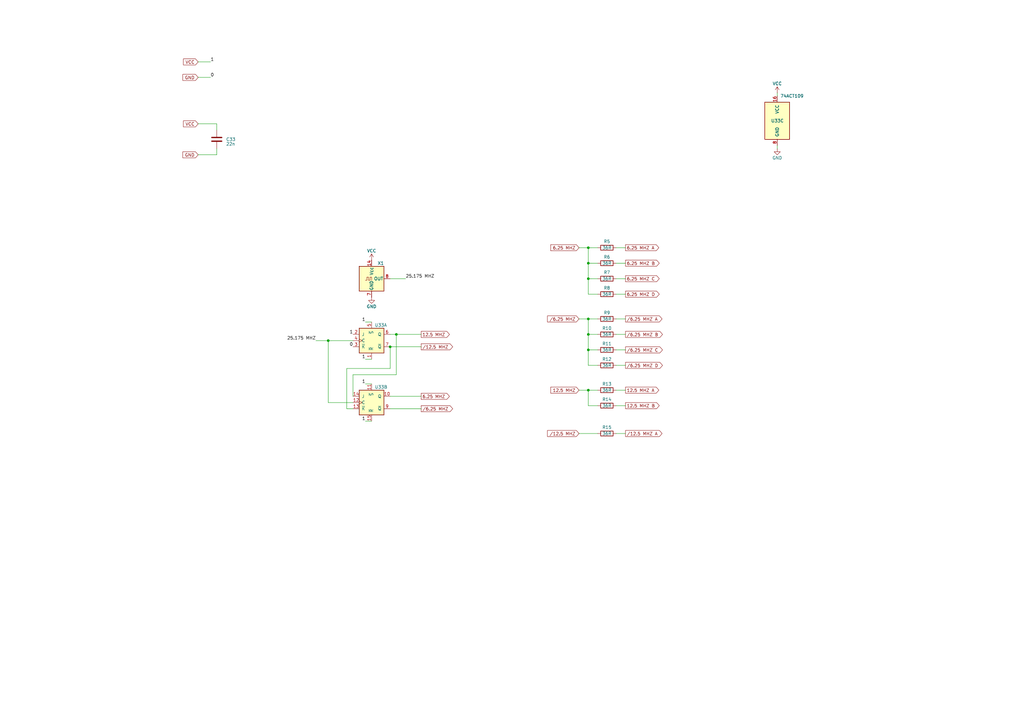
<source format=kicad_sch>
(kicad_sch (version 20231120) (generator "eeschema") (generator_version "8.0")
  (paper "A3")
  (title_block (title "Clock Generator"))
  (lib_symbols
    (symbol "74xx:74LS109" (pin_names (offset 1.016))
      (property "Reference" "U" (at -7.62 8.89 0))
      (property "Value" "74LS109" (at -7.62 -8.89 0))
      (symbol "74LS109_1_0"
        (pin input line (at 0 -7.62 90) (length 2.54) (name "~{R}") (number "1"))
        (pin input line (at -7.62 2.54 0) (length 2.54) (name "J") (number "2"))
        (pin input line (at -7.62 -2.54 0) (length 2.54) (name "~{K}") (number "3"))
        (pin input clock (at -7.62 0 0) (length 2.54) (name "C") (number "4"))
        (pin input line (at 0 7.62 270) (length 2.54) (name "~{S}") (number "5"))
        (pin output line (at 7.62 2.54 180) (length 2.54) (name "Q") (number "6"))
        (pin output line (at 7.62 -2.54 180) (length 2.54) (name "~{Q}") (number "7"))
      )
      (symbol "74LS109_1_1"
        (rectangle (start -5.08 5.08) (end 5.08 -5.08) (stroke (width 0.254)) (fill (type background)))
      )
      (symbol "74LS109_2_0"
        (pin output line (at 7.62 2.54 180) (length 2.54) (name "Q") (number "10"))
        (pin input line (at 0 7.62 270) (length 2.54) (name "~{S}") (number "11"))
        (pin input clock (at -7.62 0 0) (length 2.54) (name "C") (number "12"))
        (pin input line (at -7.62 -2.54 0) (length 2.54) (name "~{K}") (number "13"))
        (pin input line (at -7.62 2.54 0) (length 2.54) (name "J") (number "14"))
        (pin input line (at 0 -7.62 90) (length 2.54) (name "~{R}") (number "15"))
        (pin output line (at 7.62 -2.54 180) (length 2.54) (name "~{Q}") (number "9"))
      )
      (symbol "74LS109_2_1"
        (rectangle (start -5.08 5.08) (end 5.08 -5.08) (stroke (width 0.254)) (fill (type background)))
      )
      (symbol "74LS109_3_0"
        (pin power_in line (at 0 10.16 270) (length 2.54) (name "VCC") (number "16"))
        (pin power_in line (at 0 -10.16 90) (length 2.54) (name "GND") (number "8"))
      )
      (symbol "74LS109_3_1"
        (rectangle (start -5.08 7.62) (end 5.08 -7.62) (stroke (width 0.254)) (fill (type background)))
      )
    )
    (symbol "Device:C" (pin_numbers hide) (pin_names (offset 0.254))
      (property "Reference" "C" (at 0.635 2.54 0))
      (property "Value" "C" (at 0.635 -2.54 0))
      (symbol "C_0_1"
        (polyline (pts (xy -2.032 -0.762) (xy 2.032 -0.762)) (stroke (width 0.508)))
        (polyline (pts (xy -2.032 0.762) (xy 2.032 0.762)) (stroke (width 0.508)))
      )
      (symbol "C_1_1"
        (pin passive line (at 0 3.81 270) (length 2.794) (name "~") (number "1"))
        (pin passive line (at 0 -3.81 90) (length 2.794) (name "~") (number "2"))
      )
    )
    (symbol "Device:R" (pin_numbers hide) (pin_names (offset 0))
      (property "Reference" "R" (at 2.032 0 90))
      (property "Value" "R" (at 0 0 90))
      (symbol "R_0_1"
        (rectangle (start -1.016 -2.54) (end 1.016 2.54) (stroke (width 0.254)))
      )
      (symbol "R_1_1"
        (pin passive line (at 0 3.81 270) (length 1.27) (name "~") (number "1"))
        (pin passive line (at 0 -3.81 90) (length 1.27) (name "~") (number "2"))
      )
    )
    (symbol "Oscillator:TCXO-14" (pin_names (offset 0.254))
      (property "Reference" "X" (at -5.08 6.35 0))
      (property "Value" "TCXO-14" (at 1.27 -6.35 0))
      (symbol "TCXO-14_0_1"
        (rectangle (start -5.08 5.08) (end 5.08 -5.08) (stroke (width 0.254)) (fill (type background)))
        (polyline (pts (xy -2.54 -0.635) (xy -1.905 -0.635) (xy -1.905 0.635) (xy -1.27 0.635) (xy -1.27 -0.635) (xy -0.635 -0.635) (xy -0.635 0.635) (xy 0 0.635) (xy 0 -0.635)))
      )
      (symbol "TCXO-14_1_1"
        (pin no_connect line (at -5.08 2.54 0) (length 2.54) hide (name "NC") (number "1"))
        (pin power_in line (at 0 7.62 270) (length 2.54) (name "Vcc") (number "14"))
        (pin power_in line (at 0 -7.62 90) (length 2.54) (name "GND") (number "7"))
        (pin output line (at 7.62 0 180) (length 2.54) (name "OUT") (number "8"))
      )
    )
    (symbol "power:GND" (power) (pin_numbers hide) (pin_names (offset 0) hide)
      (property "Value" "GND" (at 0 -3.81 0))
      (symbol "GND_0_1"
        (polyline (pts (xy 0 0) (xy 0 -1.27) (xy 1.27 -1.27) (xy 0 -2.54) (xy -1.27 -1.27) (xy 0 -1.27)))
      )
      (symbol "GND_1_1"
        (pin power_in line (at 0 0 270) (length 0) (name "~") (number "1"))
      )
    )
    (symbol "power:VCC" (power) (pin_numbers hide) (pin_names (offset 0) hide)
      (property "Value" "VCC" (at 0 3.556 0))
      (symbol "VCC_0_1"
        (polyline (pts (xy -0.762 1.27) (xy 0 2.54)))
        (polyline (pts (xy 0 0) (xy 0 2.54)))
        (polyline (pts (xy 0 2.54) (xy 0.762 1.27)))
      )
      (symbol "VCC_1_1"
        (pin power_in line (at 0 0 90) (length 0) (name "~") (number "1"))
      )
    )
  )
  (junction (at 134.62 139.7))
  (junction (at 241.3 107.95))
  (junction (at 241.3 143.51))
  (junction (at 241.3 101.6))
  (junction (at 241.3 130.81))
  (junction (at 241.3 114.3))
  (junction (at 160.02 142.24))
  (junction (at 241.3 137.16))
  (junction (at 162.56 137.16))
  (junction (at 241.3 160.02))
  (wire (pts (xy 81.28 63.5) (xy 88.9 63.5)))
  (wire (pts (xy 160.02 167.64) (xy 172.72 167.64)))
  (wire (pts (xy 160.02 142.24) (xy 160.02 151.13)))
  (wire (pts (xy 241.3 101.6) (xy 245.11 101.6)))
  (wire (pts (xy 245.11 114.3) (xy 241.3 114.3)))
  (wire (pts (xy 149.86 157.48) (xy 152.4 157.48)))
  (wire (pts (xy 237.49 177.8) (xy 245.11 177.8)))
  (wire (pts (xy 245.11 120.65) (xy 241.3 120.65)))
  (wire (pts (xy 144.78 165.1) (xy 134.62 165.1)))
  (wire (pts (xy 252.73 143.51) (xy 256.54 143.51)))
  (wire (pts (xy 129.54 139.7) (xy 134.62 139.7)))
  (wire (pts (xy 241.3 137.16) (xy 241.3 130.81)))
  (wire (pts (xy 245.11 149.86) (xy 241.3 149.86)))
  (wire (pts (xy 149.86 172.72) (xy 152.4 172.72)))
  (wire (pts (xy 318.77 60.96) (xy 318.77 59.69)))
  (wire (pts (xy 237.49 130.81) (xy 241.3 130.81)))
  (wire (pts (xy 160.02 142.24) (xy 172.72 142.24)))
  (wire (pts (xy 142.24 151.13) (xy 142.24 167.64)))
  (wire (pts (xy 160.02 137.16) (xy 162.56 137.16)))
  (wire (pts (xy 252.73 137.16) (xy 256.54 137.16)))
  (wire (pts (xy 241.3 166.37) (xy 245.11 166.37)))
  (wire (pts (xy 252.73 177.8) (xy 256.54 177.8)))
  (wire (pts (xy 252.73 107.95) (xy 256.54 107.95)))
  (wire (pts (xy 81.28 50.8) (xy 88.9 50.8)))
  (wire (pts (xy 241.3 114.3) (xy 241.3 120.65)))
  (wire (pts (xy 245.11 130.81) (xy 241.3 130.81)))
  (wire (pts (xy 160.02 151.13) (xy 142.24 151.13)))
  (wire (pts (xy 241.3 107.95) (xy 241.3 114.3)))
  (wire (pts (xy 160.02 114.3) (xy 166.37 114.3)))
  (wire (pts (xy 142.24 167.64) (xy 144.78 167.64)))
  (wire (pts (xy 134.62 139.7) (xy 144.78 139.7)))
  (wire (pts (xy 81.28 31.75) (xy 86.36 31.75)))
  (wire (pts (xy 162.56 137.16) (xy 172.72 137.16)))
  (wire (pts (xy 318.77 38.1) (xy 318.77 39.37)))
  (wire (pts (xy 241.3 107.95) (xy 245.11 107.95)))
  (wire (pts (xy 241.3 107.95) (xy 241.3 101.6)))
  (wire (pts (xy 241.3 160.02) (xy 245.11 160.02)))
  (wire (pts (xy 252.73 120.65) (xy 256.54 120.65)))
  (wire (pts (xy 252.73 114.3) (xy 256.54 114.3)))
  (wire (pts (xy 144.78 153.67) (xy 162.56 153.67)))
  (wire (pts (xy 237.49 101.6) (xy 241.3 101.6)))
  (wire (pts (xy 252.73 160.02) (xy 256.54 160.02)))
  (wire (pts (xy 237.49 160.02) (xy 241.3 160.02)))
  (wire (pts (xy 134.62 165.1) (xy 134.62 139.7)))
  (wire (pts (xy 252.73 149.86) (xy 256.54 149.86)))
  (wire (pts (xy 88.9 63.5) (xy 88.9 60.96)))
  (wire (pts (xy 160.02 162.56) (xy 172.72 162.56)))
  (wire (pts (xy 149.86 132.08) (xy 152.4 132.08)))
  (wire (pts (xy 144.78 162.56) (xy 144.78 153.67)))
  (wire (pts (xy 162.56 153.67) (xy 162.56 137.16)))
  (wire (pts (xy 81.28 25.4) (xy 86.36 25.4)))
  (wire (pts (xy 252.73 101.6) (xy 256.54 101.6)))
  (wire (pts (xy 149.86 147.32) (xy 152.4 147.32)))
  (wire (pts (xy 241.3 160.02) (xy 241.3 166.37)))
  (wire (pts (xy 252.73 166.37) (xy 256.54 166.37)))
  (wire (pts (xy 241.3 137.16) (xy 245.11 137.16)))
  (wire (pts (xy 252.73 130.81) (xy 256.54 130.81)))
  (wire (pts (xy 241.3 143.51) (xy 241.3 137.16)))
  (wire (pts (xy 88.9 50.8) (xy 88.9 53.34)))
  (wire (pts (xy 245.11 143.51) (xy 241.3 143.51)))
  (wire (pts (xy 241.3 143.51) (xy 241.3 149.86)))
  (label "1" (at 149.86 172.72 180))
  (label "1" (at 149.86 147.32 180))
  (label "25.175 MHZ" (at 129.54 139.7 180))
  (label "25.175 MHZ" (at 166.37 114.3 0))
  (label "0" (at 86.36 31.75 0))
  (label "1" (at 144.78 137.16 180))
  (label "1" (at 149.86 132.08 180))
  (label "0" (at 144.78 142.24 180))
  (label "1" (at 86.36 25.4 0))
  (label "1" (at 149.86 157.48 180))
  (global_label "6.25 MHZ D" (shape output) (at 256.54 120.65 0) (property "Intersheetrefs" "${INTERSHEET_REFS}" (effects (hide yes))))
  (global_label "12.5 MHZ" (shape output) (at 172.72 137.16 0) (property "Intersheetrefs" "${INTERSHEET_REFS}" (effects (hide yes))))
  (global_label "{slash}12.5 MHZ" (shape input) (at 237.49 177.8 180) (property "Intersheetrefs" "${INTERSHEET_REFS}" (effects (hide yes))))
  (global_label "{slash}6.25 MHZ C" (shape output) (at 256.54 143.51 0) (property "Intersheetrefs" "${INTERSHEET_REFS}" (effects (hide yes))))
  (global_label "6.25 MHZ B" (shape output) (at 256.54 107.95 0) (property "Intersheetrefs" "${INTERSHEET_REFS}" (effects (hide yes))))
  (global_label "GND" (shape input) (at 81.28 63.5 180) (property "Intersheetrefs" "${INTERSHEET_REFS}" (effects (hide yes))))
  (global_label "{slash}6.25 MHZ" (shape input) (at 237.49 130.81 180) (property "Intersheetrefs" "${INTERSHEET_REFS}" (effects (hide yes))))
  (global_label "{slash}6.25 MHZ B" (shape output) (at 256.54 137.16 0) (property "Intersheetrefs" "${INTERSHEET_REFS}" (effects (hide yes))))
  (global_label "6.25 MHZ C" (shape output) (at 256.54 114.3 0) (property "Intersheetrefs" "${INTERSHEET_REFS}" (effects (hide yes))))
  (global_label "12.5 MHZ A" (shape output) (at 256.54 160.02 0) (property "Intersheetrefs" "${INTERSHEET_REFS}" (effects (hide yes))))
  (global_label "{slash}12.5 MHZ" (shape output) (at 172.72 142.24 0) (property "Intersheetrefs" "${INTERSHEET_REFS}" (effects (hide yes))))
  (global_label "{slash}6.25 MHZ" (shape output) (at 172.72 167.64 0) (property "Intersheetrefs" "${INTERSHEET_REFS}" (effects (hide yes))))
  (global_label "6.25 MHZ A" (shape output) (at 256.54 101.6 0) (property "Intersheetrefs" "${INTERSHEET_REFS}" (effects (hide yes))))
  (global_label "{slash}12.5 MHZ A" (shape output) (at 256.54 177.8 0) (property "Intersheetrefs" "${INTERSHEET_REFS}" (effects (hide yes))))
  (global_label "{slash}6.25 MHZ A" (shape output) (at 256.54 130.81 0) (property "Intersheetrefs" "${INTERSHEET_REFS}" (effects (hide yes))))
  (global_label "VCC" (shape input) (at 81.28 25.4 180) (property "Intersheetrefs" "${INTERSHEET_REFS}" (effects (hide yes))))
  (global_label "GND" (shape input) (at 81.28 31.75 180) (property "Intersheetrefs" "${INTERSHEET_REFS}" (effects (hide yes))))
  (global_label "12.5 MHZ B" (shape output) (at 256.54 166.37 0) (property "Intersheetrefs" "${INTERSHEET_REFS}" (effects (hide yes))))
  (global_label "12.5 MHZ" (shape input) (at 237.49 160.02 180) (property "Intersheetrefs" "${INTERSHEET_REFS}" (effects (hide yes))))
  (global_label "6.25 MHZ" (shape input) (at 237.49 101.6 180) (property "Intersheetrefs" "${INTERSHEET_REFS}" (effects (hide yes))))
  (global_label "VCC" (shape input) (at 81.28 50.8 180) (property "Intersheetrefs" "${INTERSHEET_REFS}" (effects (hide yes))))
  (global_label "6.25 MHZ" (shape output) (at 172.72 162.56 0) (property "Intersheetrefs" "${INTERSHEET_REFS}" (effects (hide yes))))
  (global_label "{slash}6.25 MHZ D" (shape output) (at 256.54 149.86 0) (property "Intersheetrefs" "${INTERSHEET_REFS}" (effects (hide yes))))
  (symbol (lib_id "Device:R") (at 248.92 101.6 90) (unit 1)
    (property "Reference" "R5" (at 248.92 99.06 90))
    (property "Value" "36R" (at 248.92 101.6 90))
    (property "Footprint" "MevaLlibreriaFootprint:Meu-R_0603_1608Metric_Pad0.98x0.95mm_HandSolder" (effects (hide yes)))
    (property "Description" "Resistor" (effects (hide yes)))
  )
  (symbol (lib_id "power:VCC") (at 152.4 106.68 0) (unit 1)
    (property "Reference" "#PWR076" (effects (hide yes)))
    (property "Value" "VCC" (at 152.4 102.87 0))
    (property "Description" "Power symbol creates a global label with name \"VCC\"" (effects (hide yes)))
  )
  (symbol (lib_id "74xx:74LS109") (at 318.77 49.53 0) (unit 3)
    (property "Reference" "U33" (at 316.23 49.53 0) (effects (justify left)))
    (property "Value" "74ACT109" (at 320.04 39.37 0) (effects (justify left)))
    (property "Footprint" "Package_SO:SOIC-16_3.9x9.9mm_P1.27mm" (effects (hide yes)))
    (property "Datasheet" "http://www.ti.com/lit/gpn/sn74LS109" (effects (hide yes)))
    (property "Description" "Dual JK Flip-Flop, Set & Reset" (effects (hide yes)))
  )
  (symbol (lib_id "Device:R") (at 248.92 143.51 90) (unit 1)
    (property "Reference" "R11" (at 248.92 140.97 90))
    (property "Value" "36R" (at 248.92 143.51 90))
    (property "Footprint" "MevaLlibreriaFootprint:Meu-R_0603_1608Metric_Pad0.98x0.95mm_HandSolder" (effects (hide yes)))
    (property "Description" "Resistor" (effects (hide yes)))
  )
  (symbol (lib_id "Device:R") (at 248.92 120.65 90) (unit 1)
    (property "Reference" "R8" (at 248.92 118.11 90))
    (property "Value" "36R" (at 248.92 120.65 90))
    (property "Footprint" "MevaLlibreriaFootprint:Meu-R_0603_1608Metric_Pad0.98x0.95mm_HandSolder" (effects (hide yes)))
    (property "Description" "Resistor" (effects (hide yes)))
  )
  (symbol (lib_id "Device:R") (at 248.92 114.3 90) (unit 1)
    (property "Reference" "R7" (at 248.92 111.76 90))
    (property "Value" "36R" (at 248.92 114.3 90))
    (property "Footprint" "MevaLlibreriaFootprint:Meu-R_0603_1608Metric_Pad0.98x0.95mm_HandSolder" (effects (hide yes)))
    (property "Description" "Resistor" (effects (hide yes)))
  )
  (symbol (lib_id "Device:R") (at 248.92 177.8 90) (unit 1)
    (property "Reference" "R15" (at 248.92 175.26 90))
    (property "Value" "36R" (at 248.92 177.8 90))
    (property "Footprint" "MevaLlibreriaFootprint:Meu-R_0603_1608Metric_Pad0.98x0.95mm_HandSolder" (effects (hide yes)))
    (property "Description" "Resistor" (effects (hide yes)))
  )
  (symbol (lib_id "74xx:74LS109") (at 152.4 165.1 0) (unit 2)
    (property "Reference" "U33" (at 153.67 158.75 0) (effects (justify left)))
    (property "Value" "74ACT109" (effects (hide yes)))
    (property "Footprint" "Package_SO:SOIC-16_3.9x9.9mm_P1.27mm" (effects (hide yes)))
    (property "Datasheet" "http://www.ti.com/lit/gpn/sn74LS109" (effects (hide yes)))
    (property "Description" "Dual JK Flip-Flop, Set & Reset" (effects (hide yes)))
  )
  (symbol (lib_id "Device:R") (at 248.92 166.37 90) (unit 1)
    (property "Reference" "R14" (at 248.92 163.83 90))
    (property "Value" "36R" (at 248.92 166.37 90))
    (property "Footprint" "MevaLlibreriaFootprint:Meu-R_0603_1608Metric_Pad0.98x0.95mm_HandSolder" (effects (hide yes)))
    (property "Description" "Resistor" (effects (hide yes)))
  )
  (symbol (lib_id "power:VCC") (at 318.77 38.1 0) (unit 1)
    (property "Reference" "#PWR078" (effects (hide yes)))
    (property "Value" "VCC" (at 318.77 34.29 0))
    (property "Description" "Power symbol creates a global label with name \"VCC\"" (effects (hide yes)))
  )
  (symbol (lib_id "Device:R") (at 248.92 149.86 90) (unit 1)
    (property "Reference" "R12" (at 248.92 147.32 90))
    (property "Value" "36R" (at 248.92 149.86 90))
    (property "Footprint" "MevaLlibreriaFootprint:Meu-R_0603_1608Metric_Pad0.98x0.95mm_HandSolder" (effects (hide yes)))
    (property "Description" "Resistor" (effects (hide yes)))
  )
  (symbol (lib_id "74xx:74LS109") (at 152.4 139.7 0) (unit 1)
    (property "Reference" "U33" (at 153.67 133.35 0) (effects (justify left)))
    (property "Value" "74ACT109" (effects (hide yes)))
    (property "Footprint" "Package_SO:SOIC-16_3.9x9.9mm_P1.27mm" (effects (hide yes)))
    (property "Datasheet" "http://www.ti.com/lit/gpn/sn74LS109" (effects (hide yes)))
    (property "Description" "Dual JK Flip-Flop, Set & Reset" (effects (hide yes)))
  )
  (symbol (lib_id "Device:R") (at 248.92 160.02 90) (unit 1)
    (property "Reference" "R13" (at 248.92 157.48 90))
    (property "Value" "36R" (at 248.92 160.02 90))
    (property "Footprint" "MevaLlibreriaFootprint:Meu-R_0603_1608Metric_Pad0.98x0.95mm_HandSolder" (effects (hide yes)))
    (property "Description" "Resistor" (effects (hide yes)))
  )
  (symbol (lib_id "power:GND") (at 318.77 60.96 0) (unit 1)
    (property "Reference" "#PWR079" (effects (hide yes)))
    (property "Value" "GND" (at 318.77 64.77 0))
    (property "Description" "Power symbol creates a global label with name \"GND\" , ground" (effects (hide yes)))
  )
  (symbol (lib_id "Oscillator:TCXO-14") (at 152.4 114.3 0) (unit 1)
    (property "Reference" "X1" (at 157.48 107.95 0) (effects (justify right)))
    (property "Value" "ECS-100A-251.7" (effects (hide yes)))
    (property "Footprint" "Oscillator:Oscillator_DIP-14" (effects (hide yes)))
    (property "Datasheet" "http://www.golledge.com/pdf/products/tcxos/gtxos14.pdf" (effects (hide yes)))
    (property "Description" "Temperature Compensated Crystal Clock Oscillator, DIP14-style metal package" (effects (hide yes)))
  )
  (symbol (lib_id "Device:R") (at 248.92 137.16 90) (unit 1)
    (property "Reference" "R10" (at 248.92 134.62 90))
    (property "Value" "36R" (at 248.92 137.16 90))
    (property "Footprint" "MevaLlibreriaFootprint:Meu-R_0603_1608Metric_Pad0.98x0.95mm_HandSolder" (effects (hide yes)))
    (property "Description" "Resistor" (effects (hide yes)))
  )
  (symbol (lib_id "Device:R") (at 248.92 107.95 90) (unit 1)
    (property "Reference" "R6" (at 248.92 105.41 90))
    (property "Value" "36R" (at 248.92 107.95 90))
    (property "Footprint" "MevaLlibreriaFootprint:Meu-R_0603_1608Metric_Pad0.98x0.95mm_HandSolder" (effects (hide yes)))
    (property "Description" "Resistor" (effects (hide yes)))
  )
  (symbol (lib_id "power:GND") (at 152.4 121.92 0) (unit 1)
    (property "Reference" "#PWR077" (effects (hide yes)))
    (property "Value" "GND" (at 152.4 125.73 0))
    (property "Description" "Power symbol creates a global label with name \"GND\" , ground" (effects (hide yes)))
  )
  (symbol (lib_id "Device:R") (at 248.92 130.81 90) (unit 1)
    (property "Reference" "R9" (at 248.92 128.27 90))
    (property "Value" "36R" (at 248.92 130.81 90))
    (property "Footprint" "MevaLlibreriaFootprint:Meu-R_0603_1608Metric_Pad0.98x0.95mm_HandSolder" (effects (hide yes)))
    (property "Description" "Resistor" (effects (hide yes)))
  )
  (symbol (lib_id "Device:C") (at 88.9 57.15 0) (unit 1)
    (property "Reference" "C33" (at 92.71 57.15 0) (effects (justify left)))
    (property "Value" "22n" (at 92.71 59.055 0) (effects (justify left)))
    (property "Footprint" "Capacitor_SMD:C_0603_1608Metric_Pad1.08x0.95mm_HandSolder" (effects (hide yes)))
    (property "Description" "Unpolarized capacitor" (effects (hide yes)))
    (property "LCSC Part #" "C277528" (effects (hide yes)))
  )
)
</source>
